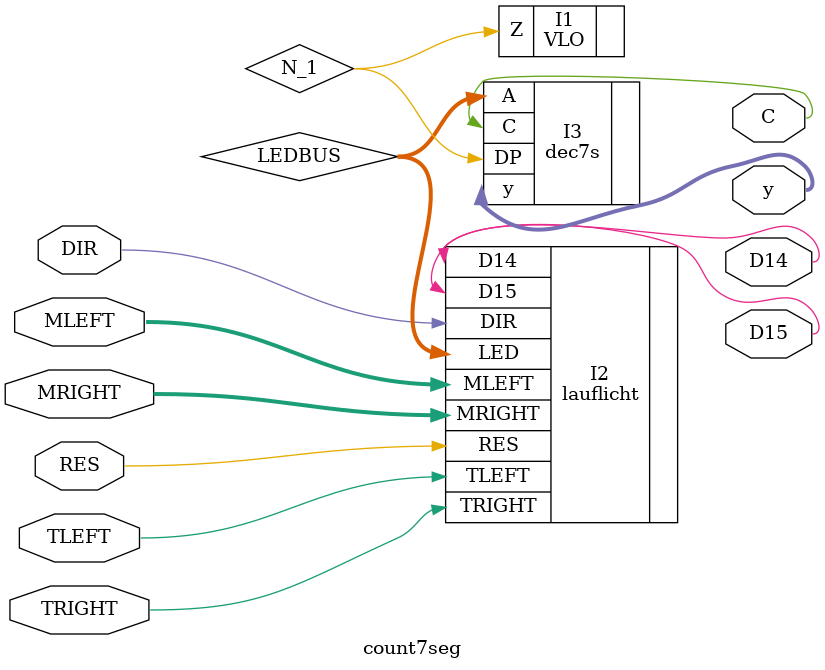
<source format=v>
/* Verilog model created from schematic count7seg.sch -- Jun 08, 2018 13:55 */

module count7seg( C, D14, D15, DIR, MLEFT, MRIGHT, RES, TLEFT, TRIGHT, y );
output C;
output D14;
output D15;
 input DIR;
 input [1:0] MLEFT;
 input [1:0] MRIGHT;
 input RES;
 input TLEFT;
 input TRIGHT;
output [1:8] y;
  wire [3:0] LEDBUS;
wire N_1;



VLO I1 ( .Z(N_1) );
lauflicht I2 ( .D14(D14), .D15(D15), .DIR(DIR), .LED(LEDBUS[3:0]),
            .MLEFT(MLEFT[1:0]), .MRIGHT(MRIGHT[1:0]), .RES(RES),
            .TLEFT(TLEFT), .TRIGHT(TRIGHT) );
dec7s I3 ( .A(LEDBUS[3:0]), .C(C), .DP(N_1), .y(y[1:8]) );

endmodule // count7seg

</source>
